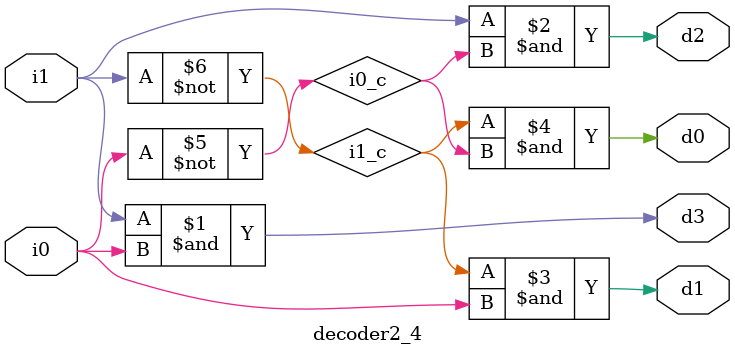
<source format=v>
module decoder2_4(output d3, d2, d1, d0, input i1, i0);

    wire i0_c, i1_c;
    
    not(i0_c, i0);
    not(i1_c, i1);

    and(d3, i1, i0);
    and(d2, i1, i0_c);
    and(d1, i1_c, i0);
    and(d0, i1_c, i0_c);

endmodule
</source>
